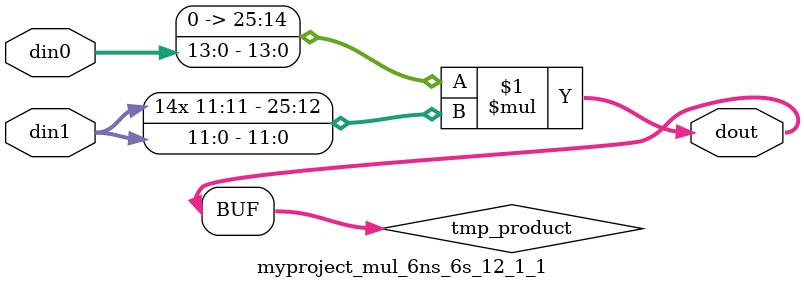
<source format=v>

`timescale 1 ns / 1 ps

 module myproject_mul_6ns_6s_12_1_1(din0, din1, dout);
parameter ID = 1;
parameter NUM_STAGE = 0;
parameter din0_WIDTH = 14;
parameter din1_WIDTH = 12;
parameter dout_WIDTH = 26;

input [din0_WIDTH - 1 : 0] din0; 
input [din1_WIDTH - 1 : 0] din1; 
output [dout_WIDTH - 1 : 0] dout;

wire signed [dout_WIDTH - 1 : 0] tmp_product;

























assign tmp_product = $signed({1'b0, din0}) * $signed(din1);










assign dout = tmp_product;





















endmodule

</source>
